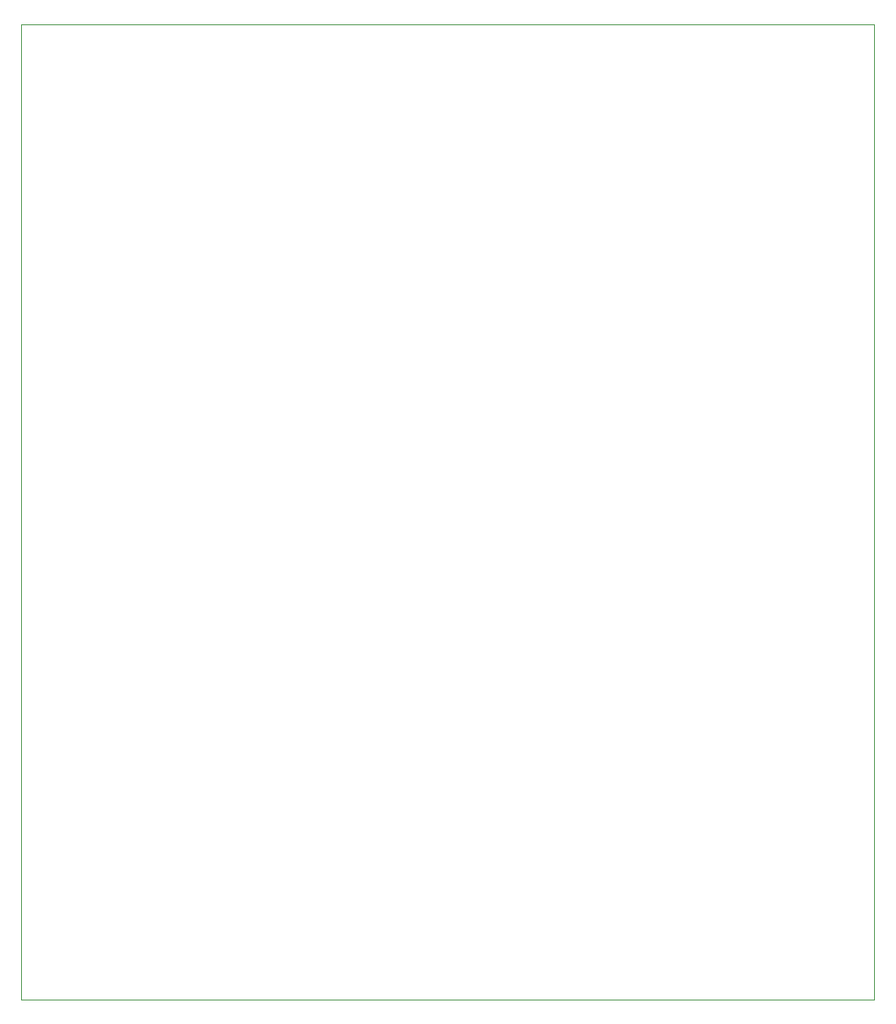
<source format=gbr>
%TF.GenerationSoftware,Altium Limited,Altium Designer,19.0.10 (269)*%
G04 Layer_Color=0*
%FSLAX26Y26*%
%MOIN*%
%TF.FileFunction,Profile,NP*%
%TF.Part,Single*%
G01*
G75*
%TA.AperFunction,Profile*%
%ADD101C,0.001000*%
D101*
X-1750000Y-2000000D02*
Y2000000D01*
X1750000D01*
Y-2000000D01*
X-1750000D01*
%TF.MD5,6352cb91df516bf34ff60e0ce85be48d*%
M02*

</source>
